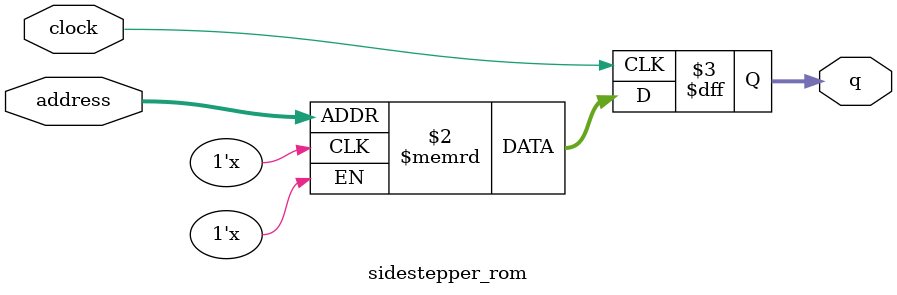
<source format=sv>
module sidestepper_rom (
	input logic clock,
	input logic [9:0] address,
	output logic [3:0] q
);

logic [3:0] memory [0:899] /* synthesis ram_init_file = "./sidestepper/sidestepper.mif" */;

always_ff @ (posedge clock) begin
	q <= memory[address];
end

endmodule

</source>
